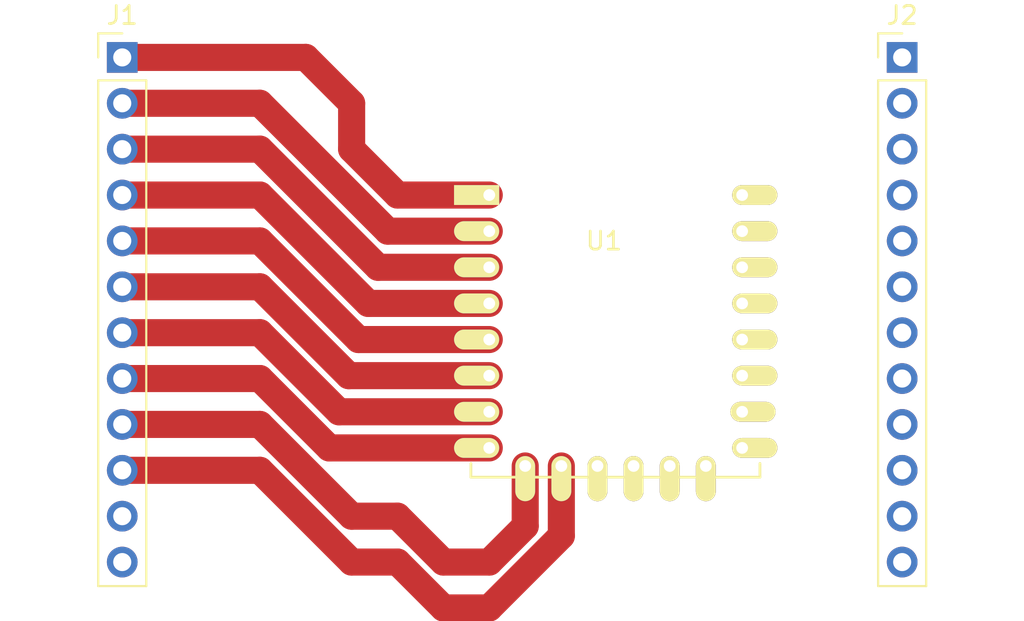
<source format=kicad_pcb>
(kicad_pcb (version 4) (host pcbnew 4.0.7)

  (general
    (links 0)
    (no_connects 0)
    (area 0 0 0 0)
    (thickness 1.6)
    (drawings 0)
    (tracks 40)
    (zones 0)
    (modules 3)
    (nets 45)
  )

  (page A4)
  (layers
    (0 F.Cu signal)
    (31 B.Cu signal)
    (32 B.Adhes user)
    (33 F.Adhes user)
    (34 B.Paste user)
    (35 F.Paste user)
    (36 B.SilkS user)
    (37 F.SilkS user)
    (38 B.Mask user)
    (39 F.Mask user)
    (40 Dwgs.User user)
    (41 Cmts.User user)
    (42 Eco1.User user)
    (43 Eco2.User user)
    (44 Edge.Cuts user)
    (45 Margin user)
    (46 B.CrtYd user)
    (47 F.CrtYd user)
    (48 B.Fab user)
    (49 F.Fab user)
  )

  (setup
    (last_trace_width 1.5)
    (trace_clearance 0.2)
    (zone_clearance 0.508)
    (zone_45_only no)
    (trace_min 0.2)
    (segment_width 0.2)
    (edge_width 0.15)
    (via_size 0.6)
    (via_drill 0.4)
    (via_min_size 0.4)
    (via_min_drill 0.3)
    (uvia_size 0.3)
    (uvia_drill 0.1)
    (uvias_allowed no)
    (uvia_min_size 0.2)
    (uvia_min_drill 0.1)
    (pcb_text_width 0.3)
    (pcb_text_size 1.5 1.5)
    (mod_edge_width 0.15)
    (mod_text_size 1 1)
    (mod_text_width 0.15)
    (pad_size 1.524 1.524)
    (pad_drill 0.762)
    (pad_to_mask_clearance 0.2)
    (aux_axis_origin 0 0)
    (visible_elements FFFFFF7F)
    (pcbplotparams
      (layerselection 0x00030_80000001)
      (usegerberextensions false)
      (excludeedgelayer true)
      (linewidth 0.100000)
      (plotframeref false)
      (viasonmask false)
      (mode 1)
      (useauxorigin false)
      (hpglpennumber 1)
      (hpglpenspeed 20)
      (hpglpendiameter 15)
      (hpglpenoverlay 2)
      (psnegative false)
      (psa4output false)
      (plotreference true)
      (plotvalue true)
      (plotinvisibletext false)
      (padsonsilk false)
      (subtractmaskfromsilk false)
      (outputformat 1)
      (mirror false)
      (drillshape 1)
      (scaleselection 1)
      (outputdirectory ""))
  )

  (net 0 "")
  (net 1 "Net-(J1-Pad1)")
  (net 2 "Net-(J1-Pad2)")
  (net 3 "Net-(J1-Pad3)")
  (net 4 "Net-(J1-Pad4)")
  (net 5 "Net-(J1-Pad5)")
  (net 6 "Net-(J1-Pad6)")
  (net 7 "Net-(J1-Pad7)")
  (net 8 "Net-(J1-Pad8)")
  (net 9 "Net-(J1-Pad9)")
  (net 10 "Net-(J1-Pad10)")
  (net 11 "Net-(J1-Pad11)")
  (net 12 "Net-(J2-Pad1)")
  (net 13 "Net-(J2-Pad2)")
  (net 14 "Net-(J2-Pad3)")
  (net 15 "Net-(J2-Pad4)")
  (net 16 "Net-(J2-Pad5)")
  (net 17 "Net-(J2-Pad6)")
  (net 18 "Net-(J2-Pad7)")
  (net 19 "Net-(J2-Pad8)")
  (net 20 "Net-(J2-Pad9)")
  (net 21 "Net-(J2-Pad10)")
  (net 22 "Net-(J2-Pad11)")
  (net 23 "Net-(U1-Pad1)")
  (net 24 "Net-(U1-Pad2)")
  (net 25 "Net-(U1-Pad3)")
  (net 26 "Net-(U1-Pad4)")
  (net 27 "Net-(U1-Pad5)")
  (net 28 "Net-(U1-Pad6)")
  (net 29 "Net-(U1-Pad7)")
  (net 30 "Net-(U1-Pad8)")
  (net 31 "Net-(U1-Pad9)")
  (net 32 "Net-(U1-Pad10)")
  (net 33 "Net-(U1-Pad11)")
  (net 34 "Net-(U1-Pad12)")
  (net 35 "Net-(U1-Pad13)")
  (net 36 "Net-(U1-Pad14)")
  (net 37 "Net-(U1-Pad15)")
  (net 38 "Net-(U1-Pad16)")
  (net 39 "Net-(U1-Pad17)")
  (net 40 "Net-(U1-Pad18)")
  (net 41 "Net-(U1-Pad19)")
  (net 42 "Net-(U1-Pad20)")
  (net 43 "Net-(U1-Pad21)")
  (net 44 "Net-(U1-Pad22)")

  (net_class Default "Dies ist die voreingestellte Netzklasse."
    (clearance 0.2)
    (trace_width 1.5)
    (via_dia 0.6)
    (via_drill 0.4)
    (uvia_dia 0.3)
    (uvia_drill 0.1)
    (add_net "Net-(J1-Pad1)")
    (add_net "Net-(J1-Pad10)")
    (add_net "Net-(J1-Pad11)")
    (add_net "Net-(J1-Pad2)")
    (add_net "Net-(J1-Pad3)")
    (add_net "Net-(J1-Pad4)")
    (add_net "Net-(J1-Pad5)")
    (add_net "Net-(J1-Pad6)")
    (add_net "Net-(J1-Pad7)")
    (add_net "Net-(J1-Pad8)")
    (add_net "Net-(J1-Pad9)")
    (add_net "Net-(J2-Pad1)")
    (add_net "Net-(J2-Pad10)")
    (add_net "Net-(J2-Pad11)")
    (add_net "Net-(J2-Pad2)")
    (add_net "Net-(J2-Pad3)")
    (add_net "Net-(J2-Pad4)")
    (add_net "Net-(J2-Pad5)")
    (add_net "Net-(J2-Pad6)")
    (add_net "Net-(J2-Pad7)")
    (add_net "Net-(J2-Pad8)")
    (add_net "Net-(J2-Pad9)")
    (add_net "Net-(U1-Pad1)")
    (add_net "Net-(U1-Pad10)")
    (add_net "Net-(U1-Pad11)")
    (add_net "Net-(U1-Pad12)")
    (add_net "Net-(U1-Pad13)")
    (add_net "Net-(U1-Pad14)")
    (add_net "Net-(U1-Pad15)")
    (add_net "Net-(U1-Pad16)")
    (add_net "Net-(U1-Pad17)")
    (add_net "Net-(U1-Pad18)")
    (add_net "Net-(U1-Pad19)")
    (add_net "Net-(U1-Pad2)")
    (add_net "Net-(U1-Pad20)")
    (add_net "Net-(U1-Pad21)")
    (add_net "Net-(U1-Pad22)")
    (add_net "Net-(U1-Pad3)")
    (add_net "Net-(U1-Pad4)")
    (add_net "Net-(U1-Pad5)")
    (add_net "Net-(U1-Pad6)")
    (add_net "Net-(U1-Pad7)")
    (add_net "Net-(U1-Pad8)")
    (add_net "Net-(U1-Pad9)")
  )

  (module Pin_Headers:Pin_Header_Straight_1x12_Pitch2.54mm (layer F.Cu) (tedit 59650532) (tstamp 5BFEEEB9)
    (at 124.46 99.06)
    (descr "Through hole straight pin header, 1x12, 2.54mm pitch, single row")
    (tags "Through hole pin header THT 1x12 2.54mm single row")
    (path /5BFEEAE9)
    (fp_text reference J1 (at 0 -2.33) (layer F.SilkS)
      (effects (font (size 1 1) (thickness 0.15)))
    )
    (fp_text value Conn_01x11_Male (at 0 30.27) (layer F.Fab)
      (effects (font (size 1 1) (thickness 0.15)))
    )
    (fp_line (start -0.635 -1.27) (end 1.27 -1.27) (layer F.Fab) (width 0.1))
    (fp_line (start 1.27 -1.27) (end 1.27 29.21) (layer F.Fab) (width 0.1))
    (fp_line (start 1.27 29.21) (end -1.27 29.21) (layer F.Fab) (width 0.1))
    (fp_line (start -1.27 29.21) (end -1.27 -0.635) (layer F.Fab) (width 0.1))
    (fp_line (start -1.27 -0.635) (end -0.635 -1.27) (layer F.Fab) (width 0.1))
    (fp_line (start -1.33 29.27) (end 1.33 29.27) (layer F.SilkS) (width 0.12))
    (fp_line (start -1.33 1.27) (end -1.33 29.27) (layer F.SilkS) (width 0.12))
    (fp_line (start 1.33 1.27) (end 1.33 29.27) (layer F.SilkS) (width 0.12))
    (fp_line (start -1.33 1.27) (end 1.33 1.27) (layer F.SilkS) (width 0.12))
    (fp_line (start -1.33 0) (end -1.33 -1.33) (layer F.SilkS) (width 0.12))
    (fp_line (start -1.33 -1.33) (end 0 -1.33) (layer F.SilkS) (width 0.12))
    (fp_line (start -1.8 -1.8) (end -1.8 29.75) (layer F.CrtYd) (width 0.05))
    (fp_line (start -1.8 29.75) (end 1.8 29.75) (layer F.CrtYd) (width 0.05))
    (fp_line (start 1.8 29.75) (end 1.8 -1.8) (layer F.CrtYd) (width 0.05))
    (fp_line (start 1.8 -1.8) (end -1.8 -1.8) (layer F.CrtYd) (width 0.05))
    (fp_text user %R (at 0 13.97 90) (layer F.Fab)
      (effects (font (size 1 1) (thickness 0.15)))
    )
    (pad 1 thru_hole rect (at 0 0) (size 1.7 1.7) (drill 1) (layers *.Cu *.Mask)
      (net 1 "Net-(J1-Pad1)"))
    (pad 2 thru_hole oval (at 0 2.54) (size 1.7 1.7) (drill 1) (layers *.Cu *.Mask)
      (net 2 "Net-(J1-Pad2)"))
    (pad 3 thru_hole oval (at 0 5.08) (size 1.7 1.7) (drill 1) (layers *.Cu *.Mask)
      (net 3 "Net-(J1-Pad3)"))
    (pad 4 thru_hole oval (at 0 7.62) (size 1.7 1.7) (drill 1) (layers *.Cu *.Mask)
      (net 4 "Net-(J1-Pad4)"))
    (pad 5 thru_hole oval (at 0 10.16) (size 1.7 1.7) (drill 1) (layers *.Cu *.Mask)
      (net 5 "Net-(J1-Pad5)"))
    (pad 6 thru_hole oval (at 0 12.7) (size 1.7 1.7) (drill 1) (layers *.Cu *.Mask)
      (net 6 "Net-(J1-Pad6)"))
    (pad 7 thru_hole oval (at 0 15.24) (size 1.7 1.7) (drill 1) (layers *.Cu *.Mask)
      (net 7 "Net-(J1-Pad7)"))
    (pad 8 thru_hole oval (at 0 17.78) (size 1.7 1.7) (drill 1) (layers *.Cu *.Mask)
      (net 8 "Net-(J1-Pad8)"))
    (pad 9 thru_hole oval (at 0 20.32) (size 1.7 1.7) (drill 1) (layers *.Cu *.Mask)
      (net 9 "Net-(J1-Pad9)"))
    (pad 10 thru_hole oval (at 0 22.86) (size 1.7 1.7) (drill 1) (layers *.Cu *.Mask)
      (net 10 "Net-(J1-Pad10)"))
    (pad 11 thru_hole oval (at 0 25.4) (size 1.7 1.7) (drill 1) (layers *.Cu *.Mask)
      (net 11 "Net-(J1-Pad11)"))
    (pad 12 thru_hole oval (at 0 27.94) (size 1.7 1.7) (drill 1) (layers *.Cu *.Mask))
    (model ${KISYS3DMOD}/Pin_Headers.3dshapes/Pin_Header_Straight_1x12_Pitch2.54mm.wrl
      (at (xyz 0 0 0))
      (scale (xyz 1 1 1))
      (rotate (xyz 0 0 0))
    )
  )

  (module Pin_Headers:Pin_Header_Straight_1x12_Pitch2.54mm (layer F.Cu) (tedit 59650532) (tstamp 5BFEEED9)
    (at 167.64 99.06)
    (descr "Through hole straight pin header, 1x12, 2.54mm pitch, single row")
    (tags "Through hole pin header THT 1x12 2.54mm single row")
    (path /5BFEEAA5)
    (fp_text reference J2 (at 0 -2.33) (layer F.SilkS)
      (effects (font (size 1 1) (thickness 0.15)))
    )
    (fp_text value Conn_01x11_Male (at 0 30.27) (layer F.Fab)
      (effects (font (size 1 1) (thickness 0.15)))
    )
    (fp_line (start -0.635 -1.27) (end 1.27 -1.27) (layer F.Fab) (width 0.1))
    (fp_line (start 1.27 -1.27) (end 1.27 29.21) (layer F.Fab) (width 0.1))
    (fp_line (start 1.27 29.21) (end -1.27 29.21) (layer F.Fab) (width 0.1))
    (fp_line (start -1.27 29.21) (end -1.27 -0.635) (layer F.Fab) (width 0.1))
    (fp_line (start -1.27 -0.635) (end -0.635 -1.27) (layer F.Fab) (width 0.1))
    (fp_line (start -1.33 29.27) (end 1.33 29.27) (layer F.SilkS) (width 0.12))
    (fp_line (start -1.33 1.27) (end -1.33 29.27) (layer F.SilkS) (width 0.12))
    (fp_line (start 1.33 1.27) (end 1.33 29.27) (layer F.SilkS) (width 0.12))
    (fp_line (start -1.33 1.27) (end 1.33 1.27) (layer F.SilkS) (width 0.12))
    (fp_line (start -1.33 0) (end -1.33 -1.33) (layer F.SilkS) (width 0.12))
    (fp_line (start -1.33 -1.33) (end 0 -1.33) (layer F.SilkS) (width 0.12))
    (fp_line (start -1.8 -1.8) (end -1.8 29.75) (layer F.CrtYd) (width 0.05))
    (fp_line (start -1.8 29.75) (end 1.8 29.75) (layer F.CrtYd) (width 0.05))
    (fp_line (start 1.8 29.75) (end 1.8 -1.8) (layer F.CrtYd) (width 0.05))
    (fp_line (start 1.8 -1.8) (end -1.8 -1.8) (layer F.CrtYd) (width 0.05))
    (fp_text user %R (at 0 13.97 90) (layer F.Fab)
      (effects (font (size 1 1) (thickness 0.15)))
    )
    (pad 1 thru_hole rect (at 0 0) (size 1.7 1.7) (drill 1) (layers *.Cu *.Mask)
      (net 12 "Net-(J2-Pad1)"))
    (pad 2 thru_hole oval (at 0 2.54) (size 1.7 1.7) (drill 1) (layers *.Cu *.Mask)
      (net 13 "Net-(J2-Pad2)"))
    (pad 3 thru_hole oval (at 0 5.08) (size 1.7 1.7) (drill 1) (layers *.Cu *.Mask)
      (net 14 "Net-(J2-Pad3)"))
    (pad 4 thru_hole oval (at 0 7.62) (size 1.7 1.7) (drill 1) (layers *.Cu *.Mask)
      (net 15 "Net-(J2-Pad4)"))
    (pad 5 thru_hole oval (at 0 10.16) (size 1.7 1.7) (drill 1) (layers *.Cu *.Mask)
      (net 16 "Net-(J2-Pad5)"))
    (pad 6 thru_hole oval (at 0 12.7) (size 1.7 1.7) (drill 1) (layers *.Cu *.Mask)
      (net 17 "Net-(J2-Pad6)"))
    (pad 7 thru_hole oval (at 0 15.24) (size 1.7 1.7) (drill 1) (layers *.Cu *.Mask)
      (net 18 "Net-(J2-Pad7)"))
    (pad 8 thru_hole oval (at 0 17.78) (size 1.7 1.7) (drill 1) (layers *.Cu *.Mask)
      (net 19 "Net-(J2-Pad8)"))
    (pad 9 thru_hole oval (at 0 20.32) (size 1.7 1.7) (drill 1) (layers *.Cu *.Mask)
      (net 20 "Net-(J2-Pad9)"))
    (pad 10 thru_hole oval (at 0 22.86) (size 1.7 1.7) (drill 1) (layers *.Cu *.Mask)
      (net 21 "Net-(J2-Pad10)"))
    (pad 11 thru_hole oval (at 0 25.4) (size 1.7 1.7) (drill 1) (layers *.Cu *.Mask)
      (net 22 "Net-(J2-Pad11)"))
    (pad 12 thru_hole oval (at 0 27.94) (size 1.7 1.7) (drill 1) (layers *.Cu *.Mask))
    (model ${KISYS3DMOD}/Pin_Headers.3dshapes/Pin_Header_Straight_1x12_Pitch2.54mm.wrl
      (at (xyz 0 0 0))
      (scale (xyz 1 1 1))
      (rotate (xyz 0 0 0))
    )
  )

  (module ESP8266:ESP-12E locked (layer F.Cu) (tedit 58B47889) (tstamp 5BFEEF07)
    (at 144.78 106.68)
    (descr "Module, ESP-8266, ESP-12, 16 pad, SMD")
    (tags "Module ESP-8266 ESP8266")
    (path /5BFEEA46)
    (fp_text reference U1 (at 6.35 2.54) (layer F.SilkS)
      (effects (font (size 1 1) (thickness 0.15)))
    )
    (fp_text value ESP-12E (at 6.35 6.35) (layer F.Fab) hide
      (effects (font (size 1 1) (thickness 0.15)))
    )
    (fp_line (start -2.25 -0.5) (end -2.25 -8.75) (layer F.CrtYd) (width 0.05))
    (fp_line (start -2.25 -8.75) (end 15.25 -8.75) (layer F.CrtYd) (width 0.05))
    (fp_line (start 15.25 -8.75) (end 16.25 -8.75) (layer F.CrtYd) (width 0.05))
    (fp_line (start 16.25 -8.75) (end 16.25 16) (layer F.CrtYd) (width 0.05))
    (fp_line (start 16.25 16) (end -2.25 16) (layer F.CrtYd) (width 0.05))
    (fp_line (start -2.25 16) (end -2.25 -0.5) (layer F.CrtYd) (width 0.05))
    (fp_line (start -1.016 -8.382) (end 14.986 -8.382) (layer F.CrtYd) (width 0.1524))
    (fp_line (start 14.986 -8.382) (end 14.986 -0.889) (layer F.CrtYd) (width 0.1524))
    (fp_line (start -1.016 -8.382) (end -1.016 -1.016) (layer F.CrtYd) (width 0.1524))
    (fp_line (start -1.016 14.859) (end -1.016 15.621) (layer F.SilkS) (width 0.1524))
    (fp_line (start -1.016 15.621) (end 14.986 15.621) (layer F.SilkS) (width 0.1524))
    (fp_line (start 14.986 15.621) (end 14.986 14.859) (layer F.SilkS) (width 0.1524))
    (fp_line (start 14.992 -8.4) (end -1.008 -2.6) (layer F.CrtYd) (width 0.1524))
    (fp_line (start -1.008 -8.4) (end 14.992 -2.6) (layer F.CrtYd) (width 0.1524))
    (fp_text user "No Copper" (at 6.892 -5.4) (layer F.CrtYd)
      (effects (font (size 1 1) (thickness 0.15)))
    )
    (fp_line (start -1.008 -2.6) (end 14.992 -2.6) (layer F.CrtYd) (width 0.1524))
    (fp_line (start 15 -8.4) (end 15 15.6) (layer F.Fab) (width 0.05))
    (fp_line (start 14.992 15.6) (end -1.008 15.6) (layer F.Fab) (width 0.05))
    (fp_line (start -1.008 15.6) (end -1.008 -8.4) (layer F.Fab) (width 0.05))
    (fp_line (start -1.008 -8.4) (end 14.992 -8.4) (layer F.Fab) (width 0.05))
    (pad 1 thru_hole rect (at 0 0) (size 2.5 1.1) (drill 0.65 (offset -0.7 0)) (layers *.Cu *.Mask F.SilkS)
      (net 23 "Net-(U1-Pad1)"))
    (pad 2 thru_hole oval (at 0 2) (size 2.5 1.1) (drill 0.65 (offset -0.7 0)) (layers *.Cu *.Mask F.SilkS)
      (net 24 "Net-(U1-Pad2)"))
    (pad 3 thru_hole oval (at 0 4) (size 2.5 1.1) (drill 0.65 (offset -0.7 0)) (layers *.Cu *.Mask F.SilkS)
      (net 25 "Net-(U1-Pad3)"))
    (pad 4 thru_hole oval (at 0 6) (size 2.5 1.1) (drill 0.65 (offset -0.7 0)) (layers *.Cu *.Mask F.SilkS)
      (net 26 "Net-(U1-Pad4)"))
    (pad 5 thru_hole oval (at 0 8) (size 2.5 1.1) (drill 0.65 (offset -0.7 0)) (layers *.Cu *.Mask F.SilkS)
      (net 27 "Net-(U1-Pad5)"))
    (pad 6 thru_hole oval (at 0 10) (size 2.5 1.1) (drill 0.65 (offset -0.7 0)) (layers *.Cu *.Mask F.SilkS)
      (net 28 "Net-(U1-Pad6)"))
    (pad 7 thru_hole oval (at 0 12) (size 2.5 1.1) (drill 0.65 (offset -0.7 0)) (layers *.Cu *.Mask F.SilkS)
      (net 29 "Net-(U1-Pad7)"))
    (pad 8 thru_hole oval (at 0 14) (size 2.5 1.1) (drill 0.65 (offset -0.7 0)) (layers *.Cu *.Mask F.SilkS)
      (net 30 "Net-(U1-Pad8)"))
    (pad 9 thru_hole oval (at 14 14) (size 2.5 1.1) (drill 0.65 (offset 0.7 0)) (layers *.Cu *.Mask F.SilkS)
      (net 31 "Net-(U1-Pad9)"))
    (pad 10 thru_hole oval (at 14 12) (size 2.5 1.1) (drill 0.65 (offset 0.6 0)) (layers *.Cu *.Mask F.SilkS)
      (net 32 "Net-(U1-Pad10)"))
    (pad 11 thru_hole oval (at 14 10) (size 2.5 1.1) (drill 0.65 (offset 0.7 0)) (layers *.Cu *.Mask F.SilkS)
      (net 33 "Net-(U1-Pad11)"))
    (pad 12 thru_hole oval (at 14 8) (size 2.5 1.1) (drill 0.65 (offset 0.7 0)) (layers *.Cu *.Mask F.SilkS)
      (net 34 "Net-(U1-Pad12)"))
    (pad 13 thru_hole oval (at 14 6) (size 2.5 1.1) (drill 0.65 (offset 0.7 0)) (layers *.Cu *.Mask F.SilkS)
      (net 35 "Net-(U1-Pad13)"))
    (pad 14 thru_hole oval (at 14 4) (size 2.5 1.1) (drill 0.65 (offset 0.7 0)) (layers *.Cu *.Mask F.SilkS)
      (net 36 "Net-(U1-Pad14)"))
    (pad 15 thru_hole oval (at 14 2) (size 2.5 1.1) (drill 0.65 (offset 0.7 0)) (layers *.Cu *.Mask F.SilkS)
      (net 37 "Net-(U1-Pad15)"))
    (pad 16 thru_hole oval (at 14 0) (size 2.5 1.1) (drill 0.65 (offset 0.7 0)) (layers *.Cu *.Mask F.SilkS)
      (net 38 "Net-(U1-Pad16)"))
    (pad 17 thru_hole oval (at 1.99 15 90) (size 2.5 1.1) (drill 0.65 (offset -0.7 0)) (layers *.Cu *.Mask F.SilkS)
      (net 39 "Net-(U1-Pad17)"))
    (pad 18 thru_hole oval (at 3.99 15 90) (size 2.5 1.1) (drill 0.65 (offset -0.7 0)) (layers *.Cu *.Mask F.SilkS)
      (net 40 "Net-(U1-Pad18)"))
    (pad 19 thru_hole oval (at 5.99 15 90) (size 2.5 1.1) (drill 0.65 (offset -0.7 0)) (layers *.Cu *.Mask F.SilkS)
      (net 41 "Net-(U1-Pad19)"))
    (pad 20 thru_hole oval (at 7.99 15 90) (size 2.5 1.1) (drill 0.65 (offset -0.7 0)) (layers *.Cu *.Mask F.SilkS)
      (net 42 "Net-(U1-Pad20)"))
    (pad 21 thru_hole oval (at 9.99 15 90) (size 2.5 1.1) (drill 0.65 (offset -0.7 0)) (layers *.Cu *.Mask F.SilkS)
      (net 43 "Net-(U1-Pad21)"))
    (pad 22 thru_hole oval (at 11.99 15 90) (size 2.5 1.1) (drill 0.65 (offset -0.7 0)) (layers *.Cu *.Mask F.SilkS)
      (net 44 "Net-(U1-Pad22)"))
    (model ${ESPLIB}/ESP8266.3dshapes/ESP-12E.wrl
      (at (xyz 0 0 0))
      (scale (xyz 0.3937 0.3937 0.3937))
      (rotate (xyz 0 0 0))
    )
  )

  (segment (start 134.62 99.06) (end 124.46 99.06) (width 1.5) (layer F.Cu) (net 1) (tstamp 5BFEF1F2))
  (segment (start 137.16 101.6) (end 134.62 99.06) (width 1.5) (layer F.Cu) (net 1) (tstamp 5BFEF1F1))
  (segment (start 137.16 104.14) (end 137.16 101.6) (width 1.5) (layer F.Cu) (net 1) (tstamp 5BFEF1F0))
  (segment (start 132.08 101.6) (end 124.46 101.6) (width 1.5) (layer F.Cu) (net 2) (tstamp 5BFEF1F6))
  (segment (start 132.08 104.14) (end 124.46 104.14) (width 1.5) (layer F.Cu) (net 3) (tstamp 5BFEF1FB))
  (segment (start 132.08 106.68) (end 124.46 106.68) (width 1.5) (layer F.Cu) (net 4) (tstamp 5BFEF201))
  (segment (start 132.08 109.22) (end 124.46 109.22) (width 1.5) (layer F.Cu) (net 5) (tstamp 5BFEF206))
  (segment (start 132.08 111.76) (end 124.46 111.76) (width 1.5) (layer F.Cu) (net 6) (tstamp 5BFEF20A))
  (segment (start 132.08 114.3) (end 124.46 114.3) (width 1.5) (layer F.Cu) (net 7) (tstamp 5BFEF20E))
  (segment (start 132.08 116.84) (end 124.46 116.84) (width 1.5) (layer F.Cu) (net 8) (tstamp 5BFEF212))
  (segment (start 132.08 119.38) (end 124.46 119.38) (width 1.5) (layer F.Cu) (net 9) (tstamp 5BFEF22C))
  (segment (start 137.16 124.46) (end 132.08 119.38) (width 1.5) (layer F.Cu) (net 9) (tstamp 5BFEF22A))
  (segment (start 139.7 124.46) (end 137.16 124.46) (width 1.5) (layer F.Cu) (net 9) (tstamp 5BFEF228))
  (segment (start 142.24 127) (end 139.7 124.46) (width 1.5) (layer F.Cu) (net 9) (tstamp 5BFEF224))
  (segment (start 144.78 127) (end 142.24 127) (width 1.5) (layer F.Cu) (net 9) (tstamp 5BFEF217))
  (segment (start 132.08 121.92) (end 124.46 121.92) (width 1.5) (layer F.Cu) (net 10) (tstamp 5BFEF245))
  (segment (start 137.16 127) (end 132.08 121.92) (width 1.5) (layer F.Cu) (net 10) (tstamp 5BFEF244))
  (segment (start 139.7 127) (end 137.16 127) (width 1.5) (layer F.Cu) (net 10) (tstamp 5BFEF243))
  (segment (start 142.24 129.54) (end 139.7 127) (width 1.5) (layer F.Cu) (net 10) (tstamp 5BFEF241))
  (segment (start 144.78 129.54) (end 142.24 129.54) (width 1.5) (layer F.Cu) (net 10) (tstamp 5BFEF23C))
  (segment (start 144.78 106.68) (end 139.7 106.68) (width 1.5) (layer F.Cu) (net 23))
  (segment (start 139.7 106.68) (end 137.16 104.14) (width 1.5) (layer F.Cu) (net 23) (tstamp 5BFEF1EF))
  (segment (start 144.78 108.68) (end 139.16 108.68) (width 1.5) (layer F.Cu) (net 24))
  (segment (start 139.16 108.68) (end 132.08 101.6) (width 1.5) (layer F.Cu) (net 24) (tstamp 5BFEF1F5))
  (segment (start 144.78 110.68) (end 138.62 110.68) (width 1.5) (layer F.Cu) (net 25))
  (segment (start 138.62 110.68) (end 132.08 104.14) (width 1.5) (layer F.Cu) (net 25) (tstamp 5BFEF1F9))
  (segment (start 144.78 112.68) (end 138.08 112.68) (width 1.5) (layer F.Cu) (net 26))
  (segment (start 138.08 112.68) (end 132.08 106.68) (width 1.5) (layer F.Cu) (net 26) (tstamp 5BFEF1FF))
  (segment (start 144.78 114.68) (end 137.54 114.68) (width 1.5) (layer F.Cu) (net 27))
  (segment (start 137.54 114.68) (end 132.08 109.22) (width 1.5) (layer F.Cu) (net 27) (tstamp 5BFEF205))
  (segment (start 144.78 116.68) (end 137 116.68) (width 1.5) (layer F.Cu) (net 28))
  (segment (start 137 116.68) (end 132.08 111.76) (width 1.5) (layer F.Cu) (net 28) (tstamp 5BFEF209))
  (segment (start 144.78 118.68) (end 136.46 118.68) (width 1.5) (layer F.Cu) (net 29))
  (segment (start 136.46 118.68) (end 132.08 114.3) (width 1.5) (layer F.Cu) (net 29) (tstamp 5BFEF20D))
  (segment (start 144.78 120.68) (end 135.92 120.68) (width 1.5) (layer F.Cu) (net 30))
  (segment (start 135.92 120.68) (end 132.08 116.84) (width 1.5) (layer F.Cu) (net 30) (tstamp 5BFEF211))
  (segment (start 146.77 121.68) (end 146.77 125.01) (width 1.5) (layer F.Cu) (net 39))
  (segment (start 146.77 125.01) (end 144.78 127) (width 1.5) (layer F.Cu) (net 39) (tstamp 5BFEF215))
  (segment (start 148.77 121.68) (end 148.77 125.55) (width 1.5) (layer F.Cu) (net 40))
  (segment (start 148.77 125.55) (end 144.78 129.54) (width 1.5) (layer F.Cu) (net 40) (tstamp 5BFEF239))

)

</source>
